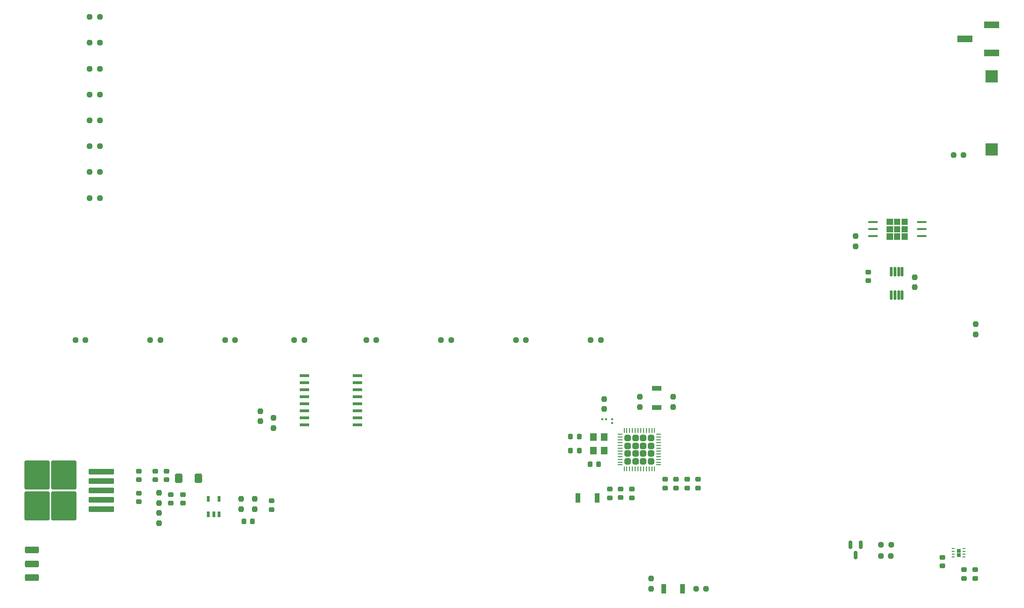
<source format=gbr>
%TF.GenerationSoftware,KiCad,Pcbnew,8.0.6-8.0.6-0~ubuntu22.04.1*%
%TF.CreationDate,2024-10-30T23:16:03-03:00*%
%TF.ProjectId,Projeto SEMB,50726f6a-6574-46f2-9053-454d422e6b69,rev?*%
%TF.SameCoordinates,Original*%
%TF.FileFunction,Paste,Top*%
%TF.FilePolarity,Positive*%
%FSLAX46Y46*%
G04 Gerber Fmt 4.6, Leading zero omitted, Abs format (unit mm)*
G04 Created by KiCad (PCBNEW 8.0.6-8.0.6-0~ubuntu22.04.1) date 2024-10-30 23:16:03*
%MOMM*%
%LPD*%
G01*
G04 APERTURE LIST*
G04 Aperture macros list*
%AMRoundRect*
0 Rectangle with rounded corners*
0 $1 Rounding radius*
0 $2 $3 $4 $5 $6 $7 $8 $9 X,Y pos of 4 corners*
0 Add a 4 corners polygon primitive as box body*
4,1,4,$2,$3,$4,$5,$6,$7,$8,$9,$2,$3,0*
0 Add four circle primitives for the rounded corners*
1,1,$1+$1,$2,$3*
1,1,$1+$1,$4,$5*
1,1,$1+$1,$6,$7*
1,1,$1+$1,$8,$9*
0 Add four rect primitives between the rounded corners*
20,1,$1+$1,$2,$3,$4,$5,0*
20,1,$1+$1,$4,$5,$6,$7,0*
20,1,$1+$1,$6,$7,$8,$9,0*
20,1,$1+$1,$8,$9,$2,$3,0*%
G04 Aperture macros list end*
%ADD10C,0.000000*%
%ADD11RoundRect,0.237500X-0.237500X0.250000X-0.237500X-0.250000X0.237500X-0.250000X0.237500X0.250000X0*%
%ADD12RoundRect,0.225000X-0.250000X0.225000X-0.250000X-0.225000X0.250000X-0.225000X0.250000X0.225000X0*%
%ADD13RoundRect,0.237500X-0.250000X-0.237500X0.250000X-0.237500X0.250000X0.237500X-0.250000X0.237500X0*%
%ADD14RoundRect,0.225000X0.250000X-0.225000X0.250000X0.225000X-0.250000X0.225000X-0.250000X-0.225000X0*%
%ADD15RoundRect,0.225000X0.225000X0.250000X-0.225000X0.250000X-0.225000X-0.250000X0.225000X-0.250000X0*%
%ADD16RoundRect,0.237500X0.250000X0.237500X-0.250000X0.237500X-0.250000X-0.237500X0.250000X-0.237500X0*%
%ADD17RoundRect,0.218750X-0.256250X0.218750X-0.256250X-0.218750X0.256250X-0.218750X0.256250X0.218750X0*%
%ADD18RoundRect,0.079500X0.079500X0.100500X-0.079500X0.100500X-0.079500X-0.100500X0.079500X-0.100500X0*%
%ADD19R,2.790000X1.190000*%
%ADD20R,0.750000X0.650000*%
%ADD21RoundRect,0.062500X0.187500X0.062500X-0.187500X0.062500X-0.187500X-0.062500X0.187500X-0.062500X0*%
%ADD22RoundRect,0.079500X0.100500X-0.079500X0.100500X0.079500X-0.100500X0.079500X-0.100500X-0.079500X0*%
%ADD23RoundRect,0.250000X1.000000X-0.375000X1.000000X0.375000X-1.000000X0.375000X-1.000000X-0.375000X0*%
%ADD24RoundRect,0.237500X0.237500X-0.250000X0.237500X0.250000X-0.237500X0.250000X-0.237500X-0.250000X0*%
%ADD25R,0.900000X1.700000*%
%ADD26RoundRect,0.250000X-0.315000X-0.315000X0.315000X-0.315000X0.315000X0.315000X-0.315000X0.315000X0*%
%ADD27RoundRect,0.062500X-0.375000X-0.062500X0.375000X-0.062500X0.375000X0.062500X-0.375000X0.062500X0*%
%ADD28RoundRect,0.062500X-0.062500X-0.375000X0.062500X-0.375000X0.062500X0.375000X-0.062500X0.375000X0*%
%ADD29R,1.803400X0.533400*%
%ADD30RoundRect,0.250000X-0.400000X-0.600000X0.400000X-0.600000X0.400000X0.600000X-0.400000X0.600000X0*%
%ADD31RoundRect,0.218750X0.256250X-0.218750X0.256250X0.218750X-0.256250X0.218750X-0.256250X-0.218750X0*%
%ADD32RoundRect,0.250000X2.050000X0.300000X-2.050000X0.300000X-2.050000X-0.300000X2.050000X-0.300000X0*%
%ADD33RoundRect,0.250000X2.025000X2.375000X-2.025000X2.375000X-2.025000X-2.375000X2.025000X-2.375000X0*%
%ADD34RoundRect,0.125000X-0.125000X0.687500X-0.125000X-0.687500X0.125000X-0.687500X0.125000X0.687500X0*%
%ADD35R,2.200000X2.200000*%
%ADD36R,1.700000X0.900000*%
%ADD37R,1.803400X0.457200*%
%ADD38RoundRect,0.225000X-0.225000X-0.250000X0.225000X-0.250000X0.225000X0.250000X-0.225000X0.250000X0*%
%ADD39RoundRect,0.150000X-0.150000X0.587500X-0.150000X-0.587500X0.150000X-0.587500X0.150000X0.587500X0*%
%ADD40R,0.508000X0.977900*%
%ADD41R,1.200000X1.400000*%
G04 APERTURE END LIST*
D10*
%TO.C,U2*%
G36*
X190276867Y-77447867D02*
G01*
X189147600Y-77447867D01*
X189147600Y-76318600D01*
X190276867Y-76318600D01*
X190276867Y-77447867D01*
G37*
G36*
X190276867Y-78777134D02*
G01*
X189147600Y-78777134D01*
X189147600Y-77647866D01*
X190276867Y-77647866D01*
X190276867Y-78777134D01*
G37*
G36*
X190276867Y-80106400D02*
G01*
X189147600Y-80106400D01*
X189147600Y-78977133D01*
X190276867Y-78977133D01*
X190276867Y-80106400D01*
G37*
G36*
X191606134Y-77447867D02*
G01*
X190476866Y-77447867D01*
X190476866Y-76318600D01*
X191606134Y-76318600D01*
X191606134Y-77447867D01*
G37*
G36*
X191606134Y-78777134D02*
G01*
X190476866Y-78777134D01*
X190476866Y-77647866D01*
X191606134Y-77647866D01*
X191606134Y-78777134D01*
G37*
G36*
X191606134Y-80106400D02*
G01*
X190476866Y-80106400D01*
X190476866Y-78977133D01*
X191606134Y-78977133D01*
X191606134Y-80106400D01*
G37*
G36*
X192935400Y-77447867D02*
G01*
X191806133Y-77447867D01*
X191806133Y-76318600D01*
X192935400Y-76318600D01*
X192935400Y-77447867D01*
G37*
G36*
X192935400Y-78777134D02*
G01*
X191806133Y-78777134D01*
X191806133Y-77647866D01*
X192935400Y-77647866D01*
X192935400Y-78777134D01*
G37*
G36*
X192935400Y-80106400D02*
G01*
X191806133Y-80106400D01*
X191806133Y-78977133D01*
X192935400Y-78977133D01*
X192935400Y-80106400D01*
G37*
%TD*%
D11*
%TO.C,R11*%
X146620000Y-141387500D03*
X146620000Y-143212500D03*
%TD*%
%TO.C,R1*%
X57756700Y-125855000D03*
X57756700Y-127680000D03*
%TD*%
D12*
%TO.C,C10*%
X203075300Y-139772100D03*
X203075300Y-141322100D03*
%TD*%
D13*
%TO.C,R34*%
X201207500Y-64812500D03*
X203032500Y-64812500D03*
%TD*%
D14*
%TO.C,C5*%
X59938300Y-127712500D03*
X59938300Y-126162500D03*
%TD*%
D13*
%TO.C,R13*%
X135707500Y-98212500D03*
X137532500Y-98212500D03*
%TD*%
D15*
%TO.C,C19*%
X133620000Y-118212500D03*
X132070000Y-118212500D03*
%TD*%
D13*
%TO.C,R3*%
X188120000Y-135212500D03*
X189945000Y-135212500D03*
%TD*%
D16*
%TO.C,R16*%
X47120000Y-44518600D03*
X45295000Y-44518600D03*
%TD*%
D14*
%TO.C,C8*%
X78120000Y-128866600D03*
X78120000Y-127316600D03*
%TD*%
D16*
%TO.C,R22*%
X47120000Y-58539000D03*
X45295000Y-58539000D03*
%TD*%
D12*
%TO.C,C9*%
X199155300Y-137516100D03*
X199155300Y-139066100D03*
%TD*%
D11*
%TO.C,R31*%
X138120000Y-108887500D03*
X138120000Y-110712500D03*
%TD*%
D12*
%TO.C,C17*%
X141132500Y-125162500D03*
X141132500Y-126712500D03*
%TD*%
D17*
%TO.C,L1*%
X54120000Y-125925000D03*
X54120000Y-127500000D03*
%TD*%
D14*
%TO.C,C4*%
X62120000Y-127712500D03*
X62120000Y-126162500D03*
%TD*%
D15*
%TO.C,C18*%
X133620000Y-115709800D03*
X132070000Y-115709800D03*
%TD*%
D18*
%TO.C,D4*%
X138475300Y-112528200D03*
X137785300Y-112528200D03*
%TD*%
D19*
%TO.C,RV1*%
X208120000Y-46312500D03*
X203290000Y-43772500D03*
X208120000Y-41232500D03*
%TD*%
D20*
%TO.C,U4*%
X202120000Y-137112500D03*
X202120000Y-136312500D03*
D21*
X203070000Y-137462500D03*
X203070000Y-136962500D03*
X203070000Y-136462500D03*
X203070000Y-135962500D03*
X201170000Y-135962500D03*
X201170000Y-136462500D03*
X201170000Y-136962500D03*
X201170000Y-137462500D03*
%TD*%
D22*
%TO.C,D5*%
X139620000Y-113212500D03*
X139620000Y-112522500D03*
%TD*%
D12*
%TO.C,C3*%
X54120000Y-121937500D03*
X54120000Y-123487500D03*
%TD*%
D23*
%TO.C,SW3*%
X34870000Y-141212500D03*
X34870000Y-138712500D03*
X34870000Y-136212500D03*
%TD*%
D24*
%TO.C,R5*%
X205200000Y-97212500D03*
X205200000Y-95387500D03*
%TD*%
D25*
%TO.C,SW4*%
X148920000Y-143212500D03*
X152320000Y-143212500D03*
%TD*%
D26*
%TO.C,U1*%
X142395000Y-115959800D03*
X142395000Y-117359800D03*
X142395000Y-118759800D03*
X142395000Y-120159800D03*
X143795000Y-115959800D03*
X143795000Y-117359800D03*
X143795000Y-118759800D03*
X143795000Y-120159800D03*
X145195000Y-115959800D03*
X145195000Y-117359800D03*
X145195000Y-118759800D03*
X145195000Y-120159800D03*
X146595000Y-115959800D03*
X146595000Y-117359800D03*
X146595000Y-118759800D03*
X146595000Y-120159800D03*
D27*
X141057500Y-115309800D03*
X141057500Y-115809800D03*
X141057500Y-116309800D03*
X141057500Y-116809800D03*
X141057500Y-117309800D03*
X141057500Y-117809800D03*
X141057500Y-118309800D03*
X141057500Y-118809800D03*
X141057500Y-119309800D03*
X141057500Y-119809800D03*
X141057500Y-120309800D03*
X141057500Y-120809800D03*
D28*
X141745000Y-121497300D03*
X142245000Y-121497300D03*
X142745000Y-121497300D03*
X143245000Y-121497300D03*
X143745000Y-121497300D03*
X144245000Y-121497300D03*
X144745000Y-121497300D03*
X145245000Y-121497300D03*
X145745000Y-121497300D03*
X146245000Y-121497300D03*
X146745000Y-121497300D03*
X147245000Y-121497300D03*
D27*
X147932500Y-120809800D03*
X147932500Y-120309800D03*
X147932500Y-119809800D03*
X147932500Y-119309800D03*
X147932500Y-118809800D03*
X147932500Y-118309800D03*
X147932500Y-117809800D03*
X147932500Y-117309800D03*
X147932500Y-116809800D03*
X147932500Y-116309800D03*
X147932500Y-115809800D03*
X147932500Y-115309800D03*
D28*
X147245000Y-114622300D03*
X146745000Y-114622300D03*
X146245000Y-114622300D03*
X145745000Y-114622300D03*
X145245000Y-114622300D03*
X144745000Y-114622300D03*
X144245000Y-114622300D03*
X143745000Y-114622300D03*
X143245000Y-114622300D03*
X142745000Y-114622300D03*
X142245000Y-114622300D03*
X141745000Y-114622300D03*
%TD*%
D16*
%TO.C,R14*%
X47120000Y-39845200D03*
X45295000Y-39845200D03*
%TD*%
D11*
%TO.C,R2*%
X57766900Y-129529300D03*
X57766900Y-131354300D03*
%TD*%
D15*
%TO.C,C20*%
X137170000Y-120712500D03*
X135620000Y-120712500D03*
%TD*%
D29*
%TO.C,U5*%
X93620000Y-113602500D03*
X93620000Y-112332500D03*
X93620000Y-111062500D03*
X93620000Y-109792500D03*
X93620000Y-108522500D03*
X93620000Y-107252500D03*
X93620000Y-105982500D03*
X93620000Y-104712500D03*
X84069600Y-104712500D03*
X84069600Y-105982500D03*
X84069600Y-107252500D03*
X84069600Y-108522500D03*
X84069600Y-109792500D03*
X84069600Y-111062500D03*
X84069600Y-112332500D03*
X84069600Y-113602500D03*
%TD*%
D30*
%TO.C,D1*%
X61370000Y-123212500D03*
X64870000Y-123212500D03*
%TD*%
D16*
%TO.C,R12*%
X156532500Y-143212500D03*
X154707500Y-143212500D03*
%TD*%
D13*
%TO.C,R25*%
X56207500Y-98212500D03*
X58032500Y-98212500D03*
%TD*%
D11*
%TO.C,R6*%
X183515500Y-79484800D03*
X183515500Y-81309800D03*
%TD*%
D31*
%TO.C,L3*%
X143132500Y-126787500D03*
X143132500Y-125212500D03*
%TD*%
D11*
%TO.C,R7*%
X194160000Y-86887500D03*
X194160000Y-88712500D03*
%TD*%
D13*
%TO.C,R23*%
X69707500Y-98212500D03*
X71532500Y-98212500D03*
%TD*%
D32*
%TO.C,U10*%
X47345000Y-128837500D03*
X47345000Y-127137500D03*
X47345000Y-125437500D03*
D33*
X40620000Y-128212500D03*
X40620000Y-122662500D03*
X35770000Y-128212500D03*
X35770000Y-122662500D03*
D32*
X47345000Y-123737500D03*
X47345000Y-122037500D03*
%TD*%
D16*
%TO.C,R18*%
X47120000Y-49192100D03*
X45295000Y-49192100D03*
%TD*%
D13*
%TO.C,R27*%
X42707500Y-98212500D03*
X44532500Y-98212500D03*
%TD*%
D16*
%TO.C,R24*%
X47120000Y-63212500D03*
X45295000Y-63212500D03*
%TD*%
D11*
%TO.C,R10*%
X72609700Y-126979800D03*
X72609700Y-128804800D03*
%TD*%
D13*
%TO.C,R17*%
X108707500Y-98212500D03*
X110532500Y-98212500D03*
%TD*%
D34*
%TO.C,U13*%
X191935000Y-85920000D03*
X191285000Y-85920000D03*
X190635000Y-85920000D03*
X189985000Y-85920000D03*
X189985000Y-90145000D03*
X190635000Y-90145000D03*
X191285000Y-90145000D03*
X191935000Y-90145000D03*
%TD*%
D35*
%TO.C,BZ1*%
X208120000Y-63812500D03*
X208120000Y-50612500D03*
%TD*%
D24*
%TO.C,R8*%
X75109700Y-128804800D03*
X75109700Y-126979800D03*
%TD*%
D12*
%TO.C,C1*%
X59120000Y-121937500D03*
X59120000Y-123487500D03*
%TD*%
D36*
%TO.C,SW2*%
X147620000Y-107012500D03*
X147620000Y-110412500D03*
%TD*%
D13*
%TO.C,R21*%
X82207500Y-98267500D03*
X84032500Y-98267500D03*
%TD*%
D16*
%TO.C,R28*%
X47120000Y-72559400D03*
X45295000Y-72559400D03*
%TD*%
D11*
%TO.C,R33*%
X144620000Y-108500000D03*
X144620000Y-110325000D03*
%TD*%
D12*
%TO.C,C16*%
X139132500Y-125212500D03*
X139132500Y-126762500D03*
%TD*%
D24*
%TO.C,R32*%
X150620000Y-110325000D03*
X150620000Y-108500000D03*
%TD*%
D37*
%TO.C,U2*%
X186660000Y-76942500D03*
X186660000Y-78212500D03*
X186660000Y-79482500D03*
X195423000Y-79482500D03*
X195423000Y-78212500D03*
X195423000Y-76942500D03*
%TD*%
D38*
%TO.C,C7*%
X73113500Y-130987300D03*
X74663500Y-130987300D03*
%TD*%
D12*
%TO.C,C6*%
X185838500Y-85935400D03*
X185838500Y-87485400D03*
%TD*%
%TO.C,C14*%
X149120000Y-123437500D03*
X149120000Y-124987500D03*
%TD*%
%TO.C,C21*%
X57120000Y-121937500D03*
X57120000Y-123487500D03*
%TD*%
D13*
%TO.C,R4*%
X188073700Y-137265300D03*
X189898700Y-137265300D03*
%TD*%
D39*
%TO.C,Q1*%
X184456200Y-135250600D03*
X182556200Y-135250600D03*
X183506200Y-137125600D03*
%TD*%
D12*
%TO.C,C11*%
X205075300Y-139772100D03*
X205075300Y-141322100D03*
%TD*%
D16*
%TO.C,R26*%
X47120000Y-67886000D03*
X45295000Y-67886000D03*
%TD*%
D40*
%TO.C,U7*%
X66719999Y-129712450D03*
X67670000Y-129712450D03*
X68620001Y-129712450D03*
X68620001Y-126981950D03*
X66719999Y-126981950D03*
%TD*%
D24*
%TO.C,R29*%
X78437800Y-114168700D03*
X78437800Y-112343700D03*
%TD*%
D25*
%TO.C,SW1*%
X136832500Y-126809800D03*
X133432500Y-126809800D03*
%TD*%
D12*
%TO.C,C12*%
X151120000Y-123437500D03*
X151120000Y-124987500D03*
%TD*%
D13*
%TO.C,R19*%
X95207500Y-98212500D03*
X97032500Y-98212500D03*
%TD*%
%TO.C,R15*%
X122207500Y-98212500D03*
X124032500Y-98212500D03*
%TD*%
D16*
%TO.C,R20*%
X47120000Y-53865600D03*
X45295000Y-53865600D03*
%TD*%
D41*
%TO.C,Y1*%
X136220000Y-115812500D03*
X136220000Y-118212500D03*
X138120000Y-118212500D03*
X138120000Y-115812500D03*
%TD*%
D12*
%TO.C,C2*%
X155120000Y-123437500D03*
X155120000Y-124987500D03*
%TD*%
D24*
%TO.C,R30*%
X76055200Y-112904400D03*
X76055200Y-111079400D03*
%TD*%
D12*
%TO.C,C13*%
X153120000Y-123437500D03*
X153120000Y-124987500D03*
%TD*%
M02*

</source>
